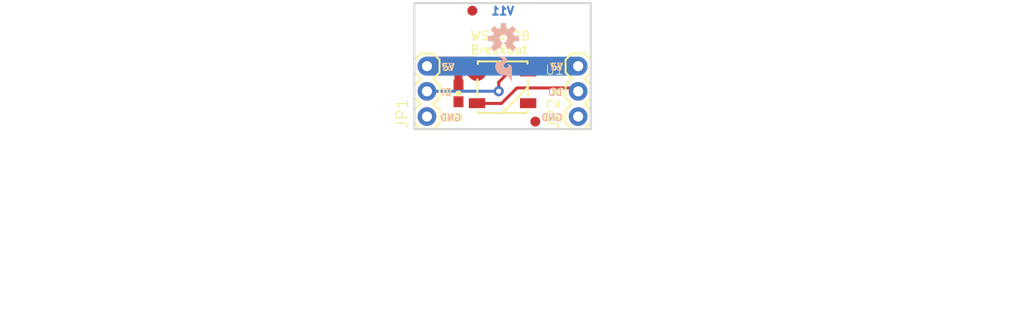
<source format=kicad_pcb>
(kicad_pcb (version 20211014) (generator pcbnew)
  (layers (0 "F.Cu" signal) (31 "B.Cu" signal) (34 "B.Paste" user) (35 "F.Paste" user) (36 "B.SilkS" user "B.Silkscreen") (37 "F.SilkS" user "F.Silkscreen") (38 "B.Mask" user) (39 "F.Mask" user) (44 "Edge.Cuts" user))
  (net 0 "")
  (net 1 "VCC")
  (net 2 "GND")
  (net 3 "DO")
  (net 4 "DI")
  (footprint "boardEagle:CREATIVE_COMMONS" (layer "F.Cu") (at 118.159513 124.0536)
    (fp_text reference "FRAME1" hide)
    (fp_text value "" hide)
  )
  (footprint "boardEagle:0603-CAP" (layer "F.Cu") (at 144.0561 107.7468 90)
    (fp_text reference "C1" (at -0.889 -0.762 90) (layer "F.SilkS") (effects (font (size 0.373888 0.373888) (thickness 0.032512)) (justify left bottom)))
    (fp_text value "0.1uF")
    (fp_line (start 0 -0.0305) (end 0 0.0305) (layer "F.SilkS") (width 0.5588))
    (pad "1" smd rect (at -0.85 0 90) (size 1.1 1) (layers "F.Cu" "F.Paste" "F.Mask") (net 2 "GND"))
    (pad "2" smd rect (at 0.85 0 90) (size 1.1 1) (layers "F.Cu" "F.Paste" "F.Mask") (net 1 "VCC"))
  )
  (footprint "boardEagle:WS2812B" (layer "F.Cu") (at 148.5011 107.1372)
    (fp_text reference "U1" (at 4.254 -1.2) (layer "F.SilkS") (effects (font (size 0.93472 0.93472) (thickness 0.08128)) (justify left bottom)))
    (fp_text value "WS2812B")
    (fp_line (start -2.4892 -2.362203) (end -2.4892 -2.616203) (layer "F.SilkS") (width 0.2032))
    (fp_line (start -2.458718 2.5908) (end -2.458718 2.59334) (layer "F.SilkS") (width 0.2032))
    (fp_line (start -2.54 0.889) (end -2.54 -0.8128) (layer "F.SilkS") (width 0.2032))
    (fp_line (start 2.54 -0.8636) (end 2.54 0) (layer "F.SilkS") (width 0.2032))
    (fp_line (start 2.509518 2.59334) (end 2.509518 2.367281) (layer "F.SilkS") (width 0.2032))
    (fp_line (start -2.4892 -2.616203) (end -2.4384 -2.616203) (layer "F.SilkS") (width 0.2032))
    (fp_line (start -2.458718 2.59334) (end 2.509518 2.59334) (layer "F.SilkS") (width 0.2032))
    (fp_line (start 2.54 0) (end 0 2.54) (layer "F.SilkS") (width 0.2032))
    (fp_line (start -2.4384 -2.611121) (end 2.512059 -2.611121) (layer "F.SilkS") (width 0.2032))
    (fp_line (start 2.512059 -2.611121) (end 2.512059 -2.379981) (layer "F.SilkS") (width 0.2032))
    (fp_line (start -2.509518 2.319021) (end -2.509518 2.5908) (layer "F.SilkS") (width 0.2032))
    (fp_line (start -2.4384 -2.616203) (end -2.4384 -2.611121) (layer "F.SilkS") (width 0.2032))
    (fp_line (start 2.54 0) (end 2.54 0.8636) (layer "F.SilkS") (width 0.2032))
    (fp_line (start -2.509518 2.5908) (end -2.458718 2.5908) (layer "F.SilkS") (width 0.2032))
    (pad "1" smd rect (at -2.577 -1.6) (size 1.651 1) (layers "F.Cu" "F.Paste" "F.Mask") (net 1 "VCC"))
    (pad "2" smd rect (at -2.577 1.6) (size 1.651 1) (layers "F.Cu" "F.Paste" "F.Mask") (net 3 "DO"))
    (pad "3" smd rect (at 2.577 1.6) (size 1.651 1) (layers "F.Cu" "F.Paste" "F.Mask") (net 2 "GND"))
    (pad "4" smd rect (at 2.577 -1.6) (size 1.651 1) (layers "F.Cu" "F.Paste" "F.Mask") (net 4 "DI"))
  )
  (footprint "boardEagle:1X03" (layer "F.Cu") (at 156.1211 110.0836 90)
    (fp_text reference "JP2" (at -1.3462 -1.8288 90) (layer "F.SilkS") (effects (font (size 1.143 1.143) (thickness 0.127)) (justify left bottom)))
    (fp_text value "OUTPUT")
    (fp_line (start 3.175 -1.27) (end 3.81 -0.635) (layer "F.SilkS") (width 0.2032))
    (fp_line (start 3.175 1.27) (end 1.905 1.27) (layer "F.SilkS") (width 0.2032))
    (fp_line (start 6.35 -0.635) (end 6.35 0.635) (layer "F.SilkS") (width 0.2032))
    (fp_line (start 5.715 1.27) (end 4.445 1.27) (layer "F.SilkS") (width 0.2032))
    (fp_line (start -1.27 -0.635) (end -1.27 0.635) (layer "F.SilkS") (width 0.2032))
    (fp_line (start -0.635 -1.27) (end 0.635 -1.27) (layer "F.SilkS") (width 0.2032))
    (fp_line (start 4.445 -1.27) (end 5.715 -1.27) (layer "F.SilkS") (width 0.2032))
    (fp_line (start 1.27 -0.635) (end 1.905 -1.27) (layer "F.SilkS") (width 0.2032))
    (fp_line (start 1.905 1.27) (end 1.27 0.635) (layer "F.SilkS") (width 0.2032))
    (fp_line (start 5.715 -1.27) (end 6.35 -0.635) (layer "F.SilkS") (width 0.2032))
    (fp_line (start 4.445 1.27) (end 3.81 0.635) (layer "F.SilkS") (width 0.2032))
    (fp_line (start 1.905 -1.27) (end 3.175 -1.27) (layer "F.SilkS") (width 0.2032))
    (fp_line (start 0.635 1.27) (end -0.635 1.27) (layer "F.SilkS") (width 0.2032))
    (fp_line (start -1.27 0.635) (end -0.635 1.27) (layer "F.SilkS") (width 0.2032))
    (fp_line (start 1.27 0.635) (end 0.635 1.27) (layer "F.SilkS") (width 0.2032))
    (fp_line (start -0.635 -1.27) (end -1.27 -0.635) (layer "F.SilkS") (width 0.2032))
    (fp_line (start 3.81 -0.635) (end 4.445 -1.27) (layer "F.SilkS") (width 0.2032))
    (fp_line (start 0.635 -1.27) (end 1.27 -0.635) (layer "F.SilkS") (width 0.2032))
    (fp_line (start 3.81 0.635) (end 3.175 1.27) (layer "F.SilkS") (width 0.2032))
    (fp_line (start 6.35 0.635) (end 5.715 1.27) (layer "F.SilkS") (width 0.2032))
    (pad "1" thru_hole circle (at 0 0 180) (size 1.8796 1.8796) (drill 1.016) (layers *.Cu *.Mask) (net 2 "GND"))
    (pad "2" thru_hole circle (at 2.54 0 180) (size 1.8796 1.8796) (drill 1.016) (layers *.Cu *.Mask) (net 3 "DO"))
    (pad "3" thru_hole circle (at 5.08 0 180) (size 1.8796 1.8796) (drill 1.016) (layers *.Cu *.Mask) (net 1 "VCC"))
  )
  (footprint "boardEagle:FIDUCIAL-1X2" (layer "F.Cu") (at 145.4531 99.4156)
    (fp_text reference "FID1" hide)
    (fp_text value "FIDUCIAL1X2" hide)
    (pad "1" smd roundrect (at 0 0) (size 1 1) (layers "F.Cu" "F.Mask") (roundrect_rratio 0.5))
  )
  (footprint "boardEagle:STAND-OFF" (layer "F.Cu") (at 142.1511 101.1936)
    (fp_text reference "JP4" hide)
    (fp_text value "STAND-OFF" hide)
    (pad "" np_thru_hole circle (at 0 0) (size 3.302 3.302) (drill 3.302) (layers *.Cu *.Mask))
  )
  (footprint "boardEagle:1X03" (layer "F.Cu") (at 140.8811 110.0836 90)
    (fp_text reference "JP1" (at -1.3462 -1.8288 90) (layer "F.SilkS") (effects (font (size 1.143 1.143) (thickness 0.127)) (justify left bottom)))
    (fp_text value "INPUT")
    (fp_line (start 0.635 1.27) (end -0.635 1.27) (layer "F.SilkS") (width 0.2032))
    (fp_line (start 3.175 1.27) (end 1.905 1.27) (layer "F.SilkS") (width 0.2032))
    (fp_line (start 1.27 0.635) (end 0.635 1.27) (layer "F.SilkS") (width 0.2032))
    (fp_line (start 5.715 -1.27) (end 6.35 -0.635) (layer "F.SilkS") (width 0.2032))
    (fp_line (start -1.27 0.635) (end -0.635 1.27) (layer "F.SilkS") (width 0.2032))
    (fp_line (start 3.175 -1.27) (end 3.81 -0.635) (layer "F.SilkS") (width 0.2032))
    (fp_line (start 6.35 -0.635) (end 6.35 0.635) (layer "F.SilkS") (width 0.2032))
    (fp_line (start 0.635 -1.27) (end 1.27 -0.635) (layer "F.SilkS") (width 0.2032))
    (fp_line (start 6.35 0.635) (end 5.715 1.27) (layer "F.SilkS") (width 0.2032))
    (fp_line (start 3.81 0.635) (end 3.175 1.27) (layer "F.SilkS") (width 0.2032))
    (fp_line (start 4.445 -1.27) (end 5.715 -1.27) (layer "F.SilkS") (width 0.2032))
    (fp_line (start -0.635 -1.27) (end -1.27 -0.635) (layer "F.SilkS") (width 0.2032))
    (fp_line (start 4.445 1.27) (end 3.81 0.635) (layer "F.SilkS") (width 0.2032))
    (fp_line (start 3.81 -0.635) (end 4.445 -1.27) (layer "F.SilkS") (width 0.2032))
    (fp_line (start 5.715 1.27) (end 4.445 1.27) (layer "F.SilkS") (width 0.2032))
    (fp_line (start 1.27 -0.635) (end 1.905 -1.27) (layer "F.SilkS") (width 0.2032))
    (fp_line (start -0.635 -1.27) (end 0.635 -1.27) (layer "F.SilkS") (width 0.2032))
    (fp_line (start 1.905 1.27) (end 1.27 0.635) (layer "F.SilkS") (width 0.2032))
    (fp_line (start -1.27 -0.635) (end -1.27 0.635) (layer "F.SilkS") (width 0.2032))
    (fp_line (start 1.905 -1.27) (end 3.175 -1.27) (layer "F.SilkS") (width 0.2032))
    (pad "1" thru_hole circle (at 0 0 180) (size 1.8796 1.8796) (drill 1.016) (layers *.Cu *.Mask) (net 2 "GND"))
    (pad "2" thru_hole circle (at 2.54 0 180) (size 1.8796 1.8796) (drill 1.016) (layers *.Cu *.Mask) (net 4 "DI"))
    (pad "3" thru_hole circle (at 5.08 0 180) (size 1.8796 1.8796) (drill 1.016) (layers *.Cu *.Mask) (net 1 "VCC"))
  )
  (footprint "boardEagle:STAND-OFF" (layer "F.Cu") (at 154.8511 101.1936)
    (fp_text reference "JP15" hide)
    (fp_text value "STAND-OFF" hide)
    (pad "" np_thru_hole circle (at 0 0) (size 3.302 3.302) (drill 3.302) (layers *.Cu *.Mask))
  )
  (footprint "boardEagle:FIDUCIAL-1X2" (layer "F.Cu") (at 151.8031 110.5916)
    (fp_text reference "FID2" hide)
    (fp_text value "FIDUCIAL1X2" hide)
    (pad "1" smd roundrect (at 0 0) (size 1 1) (layers "F.Cu" "F.Mask") (roundrect_rratio 0.5))
  )
  (footprint "boardEagle:OSHW-LOGO-S" (layer "B.Cu") (at 148.587459 102.217222 180)
    (fp_text reference "LOGO1" hide)
    (fp_text value "OSHW-LOGOS" hide)
    (fp_poly (pts (xy 0.301647 1.061351) (xy 0.42347 1.022344) (xy 0.537177 0.963769) (xy 0.92862 1.282946) (xy 1.282946 0.92862) (xy 0.961035 0.533823) (xy 1.057046 0.302084) (xy 1.5638 0.250561) (xy 1.5638 -0.250561) (xy 1.057046 -0.302084) (xy 0.961035 -0.533823) (xy 1.282946 -0.92862) (xy 0.92862 -1.282946) (xy 0.537177 -0.96377) (xy 0.356601 -1.056794) (xy 0.088679 -0.410073) (xy 0.326262 -0.2176) (xy 0.373649 -0.121468) (xy 0.392729 -0.010339) (xy 0.379464 0.101634) (xy 0.334947 0.205229) (xy 0.262842 0.291918) (xy 0.169087 0.354561) (xy 0.061406 0.387999) (xy -0.051342 0.38948) (xy -0.159868 0.358881) (xy -0.255234 0.298724) (xy -0.329589 0.213962) (xy -0.376813 0.111569) (xy -0.392176 0.005767) (xy -0.322923 -0.222565) (xy -0.249312 -0.303773) (xy 0.091677 -0.5081) (xy -0.12929 -0.5081) (xy -0.355332 -1.053732) (xy -0.506597 -0.983577) (xy -0.538922 -0.965192) (xy -0.92862 -1.282946) (xy -1.282946 -0.92862) (xy -0.961035 -0.533823) (xy -1.057046 -0.302084) (xy -1.5638 -0.250561) (xy -1.5638 0.250561) (xy -1.057046 0.302084) (xy -0.961035 0.533823) (xy -1.282946 0.92862) (xy -0.92862 1.282946) (xy -0.533823 0.961035) (xy -0.302084 1.057046) (xy -0.250561 1.5638) (xy 0.250561 1.5638)) (layer "B.SilkS") (width 0) (fill solid))
  )
  (footprint "boardEagle:SFE_LOGO_FLAME_.1" (layer "B.Cu") (at 149.768559 106.913679 180)
    (fp_text reference "LOGO2" hide)
    (fp_text value "SFE_LOGO_FLAME.1_INCH" hide)
    (fp_poly (pts (xy 1.400856 2.872412) (xy 1.481136 2.832272) (xy 1.541341 2.802169) (xy 1.581668 2.771924) (xy 1.596132 2.75746) (xy 1.5794 2.75746) (xy 1.5594 2.76746) (xy 1.500312 2.76746) (xy 1.460557 2.757521) (xy 1.410831 2.747576) (xy 1.37134 2.72783) (xy 1.331871 2.698229) (xy 1.312203 2.668726) (xy 1.302353 2.649026) (xy 1.29254 2.619587) (xy 1.29254 2.560312) (xy 1.302357 2.521042) (xy 1.341973 2.461619) (xy 1.401668 2.401924) (xy 1.441472 2.372071) (xy 1.471274 2.352203) (xy 1.510888 2.332396) (xy 1.590312 2.31254) (xy 1.619587 2.31254) (xy 1.648629 2.322221) (xy 1.677912 2.351504) (xy 1.687647 2.370974) (xy 1.69746 2.400413) (xy 1.69746 2.494583) (xy 1.781656 2.44196) (xy 1.862034 2.351535) (xy 1.932311 2.2411) (xy 1.982465 2.090639) (xy 2.012554 1.930162) (xy 2.002521 1.759598) (xy 1.952375 1.569045) (xy 1.852125 1.388595) (xy 1.781908 1.298316) (xy 1.701736 1.218144) (xy 1.621502 1.147939) (xy 1.521132 1.087717) (xy 1.420808 1.047588) (xy 1.310544 1.017516) (xy 1.19021 0.99746) (xy 1.000208 0.99746) (xy 0.940894 0.987574) (xy 0.841574 0.927982) (xy 0.741869 0.828277) (xy 0.681929 0.758347) (xy 0.621865 0.688273) (xy 0.501876 0.568284) (xy 0.451878 0.508285) (xy 0.402017 0.458425) (xy 0.372017 0.408425) (xy 0.32254 0.358948) (xy 0.32254 0.35254) (xy 0.31746 0.35254) (xy 0.31746 1.730158) (xy 0.327504 1.810509) (xy 0.34765 1.88102) (xy 0.377822 1.931307) (xy 0.408057 1.981698) (xy 0.458444 2.022008) (xy 0.498745 2.052234) (xy 0.549273 2.072445) (xy 0.599542 2.082499) (xy 0.65979 2.09254) (xy 0.7806 2.09254) (xy 0.824288 2.070696) (xy 0.811505 2.057912) (xy 0.791136 2.047728) (xy 0.770974 2.037647) (xy 0.741372 2.02778) (xy 0.68222 1.968628) (xy 0.67254 1.939587) (xy 0.67254 1.900413) (xy 0.682303 1.871124) (xy 0.701973 1.841619) (xy 0.761428 1.782164) (xy 0.810723 1.762446) (xy 0.860253 1.75254) (xy 0.939688 1.75254) (xy 1.018958 1.772357) (xy 1.078263 1.811894) (xy 1.117733 1.861232) (xy 1.13746 1.920413) (xy 1.13746 1.98954) (xy 1.107815 2.068593) (xy 1.038151 2.138257) (xy 0.958095 2.22832) (xy 0.887911 2.308531) (xy 0.837601 2.399089) (xy 0.81746 2.489721) (xy 0.81746 2.570412) (xy 0.847686 2.66109) (xy 0.898085 2.741728) (xy 0.988603 2.812131) (xy 1.099143 2.872426) (xy 1.209771 2.89254) (xy 1.310279 2.89254)) (layer "B.SilkS") (width 0) (fill solid))
  )
  (gr_line (start 139.6111 98.6536) (end 157.3911 98.6536) (layer "Edge.Cuts") (width 0.2032))
  (gr_line (start 157.3911 111.3536) (end 139.6111 111.3536) (layer "Edge.Cuts") (width 0.2032))
  (gr_line (start 157.3911 98.6536) (end 157.3911 111.3536) (layer "Edge.Cuts") (width 0.2032))
  (gr_line (start 139.6111 111.3536) (end 139.6111 98.6536) (layer "Edge.Cuts") (width 0.2032))
  (gr_text "V11" (at 149.7711 99.9236) (layer "B.Cu") (effects (font (size 0.8128 0.8128) (thickness 0.2032)) (justify left bottom mirror)))
  (gr_text "DI" (at 143.42364 108.03636) (layer "B.SilkS") (effects (font (size 0.69088 0.69088) (thickness 0.12192)) (justify left bottom mirror)))
  (gr_text "GND" (at 144.406618 110.6043) (layer "B.SilkS") (effects (font (size 0.69088 0.69088) (thickness 0.12192)) (justify left bottom mirror)))
  (gr_text "5V" (at 143.657318 105.514141) (layer "B.SilkS") (effects (font (size 0.69088 0.69088) (thickness 0.12192)) (justify left bottom mirror)))
  (gr_text "DO" (at 154.5971 108.0516) (layer "B.SilkS") (effects (font (size 0.69088 0.69088) (thickness 0.12192)) (justify left bottom mirror)))
  (gr_text "GND" (at 154.5971 110.5916) (layer "B.SilkS") (effects (font (size 0.69088 0.69088) (thickness 0.12192)) (justify left bottom mirror)))
  (gr_text "5V" (at 154.5971 105.4862) (layer "B.SilkS") (effects (font (size 0.69088 0.69088) (thickness 0.12192)) (justify left bottom mirror)))
  (gr_text "GND" (at 142.3289 110.5916) (layer "F.SilkS") (effects (font (size 0.69088 0.69088) (thickness 0.12192)) (justify left bottom)))
  (gr_text "WS2812B" (at 145.1991 102.4636) (layer "F.SilkS") (effects (font (size 0.8636 0.8636) (thickness 0.1524)) (justify left bottom)))
  (gr_text "DI" (at 142.3289 108.0516) (layer "F.SilkS") (effects (font (size 0.69088 0.69088) (thickness 0.12192)) (justify left bottom)))
  (gr_text "Breakout" (at 145.1991 103.8606) (layer "F.SilkS") (effects (font (size 0.8636 0.8636) (thickness 0.1524)) (justify left bottom)))
  (gr_text "DO" (at 153.26614 108.021122) (layer "F.SilkS") (effects (font (size 0.69088 0.69088) (thickness 0.12192)) (justify left bottom)))
  (gr_text "GND" (at 152.524459 110.5916) (layer "F.SilkS") (effects (font (size 0.69088 0.69088) (thickness 0.12192)) (justify left bottom)))
  (gr_text "5V" (at 142.3289 105.5116) (layer "F.SilkS") (effects (font (size 0.69088 0.69088) (thickness 0.12192)) (justify left bottom)))
  (gr_text "5V" (at 153.2636 105.481122) (layer "F.SilkS") (effects (font (size 0.69088 0.69088) (thickness 0.12192)) (justify left bottom)))
  (segment (start 144.3101 105.3846) (end 144.6911 105.0036) (width 0.8128) (layer "F.Cu") (net 1))
  (segment (start 144.0561 105.6386) (end 144.3101 105.3846) (width 0.8128) (layer "F.Cu") (net 1))
  (segment (start 144.1831 105.3846) (end 144.3101 105.3846) (width 0.8128) (layer "F.Cu") (net 1))
  (segment (start 145.4921 105.1306) (end 145.6699 105.1306) (width 1.905) (layer "F.Cu") (net 1))
  (segment (start 144.0561 106.8968) (end 144.0561 105.6386) (width 0.8128) (layer "F.Cu") (net 1))
  (segment (start 144.6911 105.0036) (end 145.4921 105.0036) (width 1.905) (layer "F.Cu") (net 1))
  (segment (start 145.4921 105.0036) (end 145.4921 105.1306) (width 1.905) (layer "F.Cu") (net 1))
  (segment (start 145.6699 105.1306) (end 145.6699 105.283) (width 1.905) (layer "F.Cu") (net 1))
  (segment (start 140.8811 105.0036) (end 144.6911 105.0036) (width 1.905) (layer "F.Cu") (net 1))
  (segment (start 145.6699 105.283) (end 145.9241 105.5372) (width 1.905) (layer "F.Cu") (net 1))
  (segment (start 156.1211 105.0036) (end 140.8811 105.0036) (width 1.905) (layer "B.Cu") (net 1))
  (segment (start 155.78074 107.203241) (end 156.1211 107.5436) (width 0.3048) (layer "F.Cu") (net 3))
  (segment (start 149.9489 107.203241) (end 155.78074 107.203241) (width 0.3048) (layer "F.Cu") (net 3))
  (segment (start 148.38954 108.7626) (end 149.9489 107.203241) (width 0.3048) (layer "F.Cu") (net 3))
  (segment (start 145.9495 108.7626) (end 145.9241 108.7372) (width 0.3048) (layer "F.Cu") (net 3))
  (segment (start 148.38954 108.7626) (end 145.9495 108.7626) (width 0.3048) (layer "F.Cu") (net 3))
  (segment (start 151.047818 105.567482) (end 151.0781 105.5372) (width 0.3048) (layer "F.Cu") (net 4))
  (segment (start 148.112481 107.533441) (end 148.112481 106.624119) (width 0.3048) (layer "F.Cu") (net 4))
  (segment (start 149.169118 105.567482) (end 151.047818 105.567482) (width 0.3048) (layer "F.Cu") (net 4))
  (segment (start 148.112481 106.624119) (end 149.169118 105.567482) (width 0.3048) (layer "F.Cu") (net 4))
  (via (at 148.112481 107.533441) (size 1.016) (drill 0.508) (layers "F.Cu" "B.Cu") (net 4))
  (segment (start 140.891259 107.533441) (end 148.112481 107.533441) (width 0.3048) (layer "B.Cu") (net 4))
  (segment (start 140.8811 107.5436) (end 140.891259 107.533441) (width 0.3048) (layer "B.Cu") (net 4))
)
</source>
